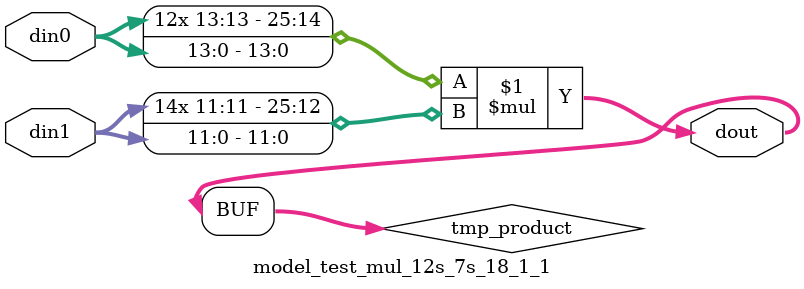
<source format=v>

`timescale 1 ns / 1 ps

  module model_test_mul_12s_7s_18_1_1(din0, din1, dout);
parameter ID = 1;
parameter NUM_STAGE = 0;
parameter din0_WIDTH = 14;
parameter din1_WIDTH = 12;
parameter dout_WIDTH = 26;

input [din0_WIDTH - 1 : 0] din0; 
input [din1_WIDTH - 1 : 0] din1; 
output [dout_WIDTH - 1 : 0] dout;

wire signed [dout_WIDTH - 1 : 0] tmp_product;













assign tmp_product = $signed(din0) * $signed(din1);








assign dout = tmp_product;







endmodule

</source>
